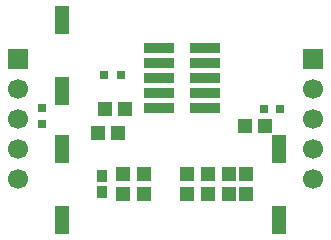
<source format=gbr>
G04 DipTrace 3.1.0.1*
G04 BottomMask.gbr*
%MOIN*%
G04 #@! TF.FileFunction,Soldermask,Bot*
G04 #@! TF.Part,Single*
%ADD39R,0.102362X0.037795*%
%ADD41R,0.047244X0.097874*%
%ADD43R,0.051181X0.047244*%
%ADD45C,0.066929*%
%ADD47R,0.066929X0.066929*%
%ADD49R,0.035433X0.043307*%
%ADD51R,0.047244X0.051181*%
%ADD53R,0.031496X0.027559*%
%ADD55R,0.027559X0.031496*%
%FSLAX26Y26*%
G04*
G70*
G90*
G75*
G01*
G04 BotMask*
%LPD*%
D55*
X740157Y938583D3*
X795276D3*
X1327953Y825984D3*
X1272835D3*
D53*
X531496Y830315D3*
Y775197D3*
D51*
X874016Y541339D3*
Y608268D3*
X1015748Y541339D3*
Y608268D3*
X1157480Y541339D3*
Y608268D3*
D49*
X732283Y600394D3*
Y549213D3*
D47*
X1437008Y991339D3*
D45*
Y891339D3*
Y791339D3*
Y691339D3*
Y591339D3*
D47*
X452756Y991339D3*
D45*
Y891339D3*
Y791339D3*
Y691339D3*
Y591339D3*
D43*
X809055Y824016D3*
X742126D3*
X1210630Y769291D3*
X1277559D3*
X787795Y744094D3*
X720866D3*
D51*
X804331Y610236D3*
Y543307D3*
X1087008Y609055D3*
Y542126D3*
X1214173Y609449D3*
Y542520D3*
D41*
X600000Y456693D3*
Y692913D3*
X1323622Y456693D3*
Y692913D3*
X600000Y1121654D3*
Y885433D3*
D39*
X921654Y930315D3*
Y980315D3*
Y1030315D3*
Y880315D3*
Y830315D3*
X1075197Y930315D3*
Y980315D3*
Y1030315D3*
Y880315D3*
Y830315D3*
M02*

</source>
